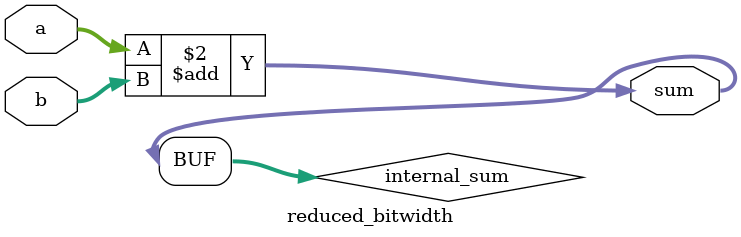
<source format=v>

module reduced_bitwidth(
    input [7:0] a,  // 8-bit input
    input [7:0] b,  // 8-bit input
    output [8:0] sum  // Appropriately sized output
);

    // Properly sized register for the sum operation
    reg [8:0] internal_sum;

    always @(a or b) begin
        internal_sum = a + b;  // Correct sizing for the operation
        sum = internal_sum;
    end

endmodule

</source>
